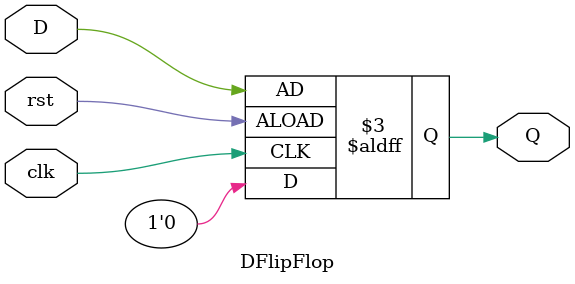
<source format=v>
`timescale 1ns / 1ps


module DFlipFlop      (input clk, input rst, input D, output reg Q); 
 
    always @ (posedge clk or posedge rst)  
   if (!rst) begin    
     Q <= 1'b0;   
  end  else begin    
     Q <= D;   
  end 
endmodule 



</source>
